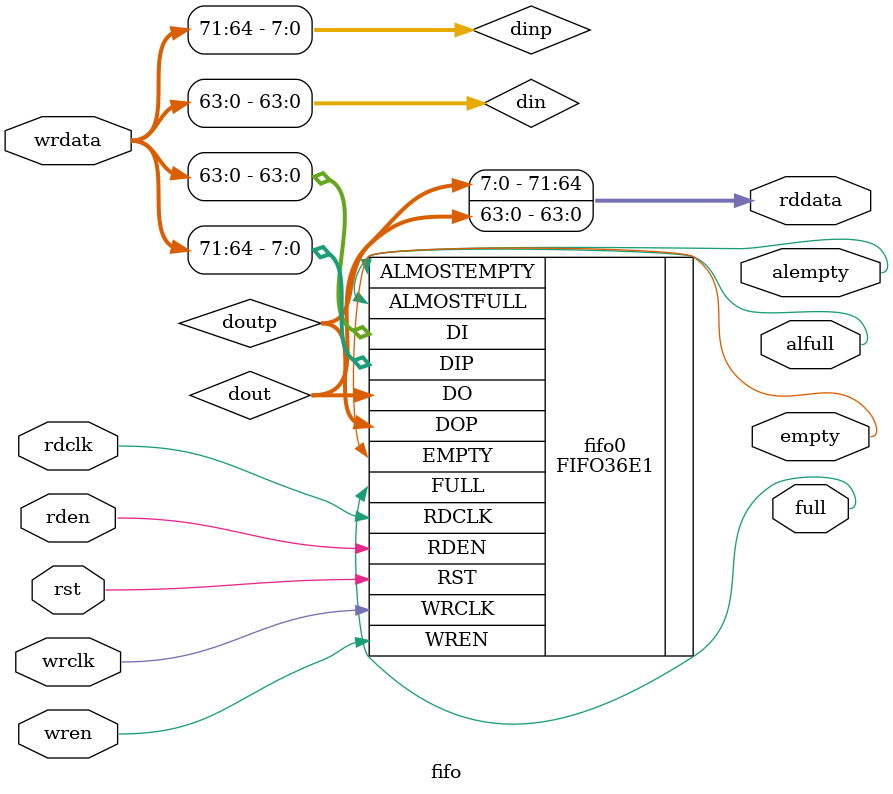
<source format=v>
`include "dat.vh"

module fifo #(parameter WIDTH = 72, parameter FWFT = 1, parameter ALFULL = 128, parameter ALEMPTY = 128) (
	input wire rst,
	input wire rdclk,
	input wire rden,
	output wire [WIDTH - 1:0] rddata,
	
	input wire wrclk,
	input wire wren,
	input wire [WIDTH - 1:0] wrdata,
	
	output wire full,
	output wire empty,
	output wire alfull,
	output wire alempty
);

	localparam W = WIDTH <= 9 ? 9 : WIDTH <= 18 ? 18 : WIDTH <= 36 ? 36 : 72;
	localparam W8 = W * 8 / 9;
	
	wire [63:0] din, dout;
	wire [7:0] dinp, doutp;
	
	generate
		if(WIDTH > W8) begin
			assign din = wrdata[W8 - 1:0];
			assign dinp = {{W8 + 8 - WIDTH{1'b0}}, wrdata[WIDTH - 1:W8]};
			assign rddata = {doutp[WIDTH - W8 - 1:0], dout[W8 - 1:0]};
		end else begin
			assign din = {{W8 - WIDTH{1'b0}}, wrdata};
			assign dinp = 8'b0;
			assign rddata = dout[WIDTH-1:0];
		end
	endgenerate

	FIFO36E1 #(
		.DATA_WIDTH(W),
		.FIRST_WORD_FALL_THROUGH(FWFT ? "TRUE" : "FALSE"),
		.FIFO_MODE(W == 72 ? "FIFO36_72" : "FIFO36"),
		.ALMOST_FULL_OFFSET(ALFULL),
		.ALMOST_EMPTY_OFFSET(ALEMPTY)
	) fifo0(
		.RDCLK(rdclk),
		.WRCLK(wrclk),
		.DI(din),
		.DIP(dinp),
		.DO(dout),
		.DOP(doutp),
		.RDEN(rden),
		.WREN(wren),
		.FULL(full),
		.EMPTY(empty),
		.ALMOSTFULL(alfull),
		.ALMOSTEMPTY(alempty),
		.RST(rst)
	);

endmodule

</source>
